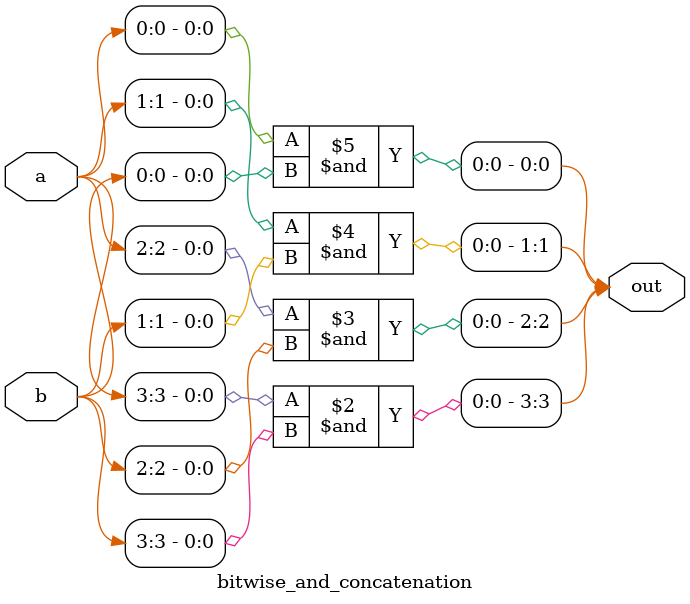
<source format=v>
module bitwise_and_concatenation(
    input wire [3:0] a,
    input wire [3:0] b,
    output reg [3:0] out
);
    always @(*) begin
        out[3] = a[3] & b[3];
        out[2] = a[2] & b[2];
        out[1] = a[1] & b[1];
        out[0] = a[0] & b[0];
    end

endmodule

</source>
